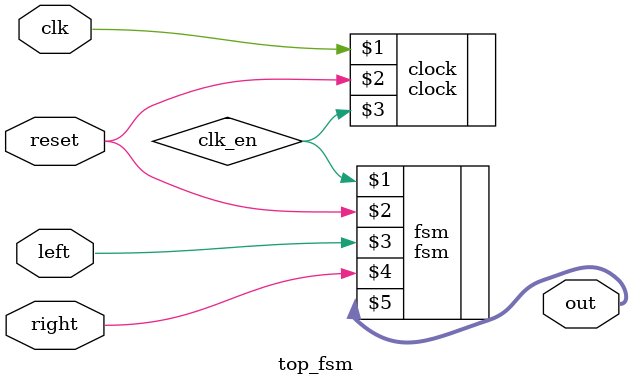
<source format=v>
`timescale 1ns / 1ps


module top_fsm(input clk, input reset, input left, input right, output [5:0] out);
    wire clk_en;
    clock clock (clk, reset, clk_en);
    fsm fsm (clk_en, reset, left, right, out);
endmodule

</source>
